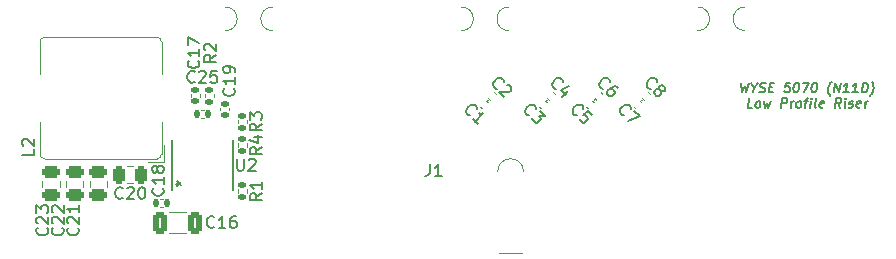
<source format=gto>
G04 #@! TF.GenerationSoftware,KiCad,Pcbnew,7.0.10*
G04 #@! TF.CreationDate,2024-02-13T01:05:36+00:00*
G04 #@! TF.ProjectId,WYSE_5070_Riser,57595345-5f35-4303-9730-5f5269736572,rev?*
G04 #@! TF.SameCoordinates,Original*
G04 #@! TF.FileFunction,Legend,Top*
G04 #@! TF.FilePolarity,Positive*
%FSLAX46Y46*%
G04 Gerber Fmt 4.6, Leading zero omitted, Abs format (unit mm)*
G04 Created by KiCad (PCBNEW 7.0.10) date 2024-02-13 01:05:36*
%MOMM*%
%LPD*%
G01*
G04 APERTURE LIST*
G04 Aperture macros list*
%AMRoundRect*
0 Rectangle with rounded corners*
0 $1 Rounding radius*
0 $2 $3 $4 $5 $6 $7 $8 $9 X,Y pos of 4 corners*
0 Add a 4 corners polygon primitive as box body*
4,1,4,$2,$3,$4,$5,$6,$7,$8,$9,$2,$3,0*
0 Add four circle primitives for the rounded corners*
1,1,$1+$1,$2,$3*
1,1,$1+$1,$4,$5*
1,1,$1+$1,$6,$7*
1,1,$1+$1,$8,$9*
0 Add four rect primitives between the rounded corners*
20,1,$1+$1,$2,$3,$4,$5,0*
20,1,$1+$1,$4,$5,$6,$7,0*
20,1,$1+$1,$6,$7,$8,$9,0*
20,1,$1+$1,$8,$9,$2,$3,0*%
G04 Aperture macros list end*
%ADD10C,0.150000*%
%ADD11C,0.120000*%
%ADD12C,0.020000*%
%ADD13C,0.100000*%
%ADD14C,0.152400*%
%ADD15C,0.000000*%
%ADD16RoundRect,0.140000X-0.219203X-0.021213X-0.021213X-0.219203X0.219203X0.021213X0.021213X0.219203X0*%
%ADD17RoundRect,0.140000X-0.170000X0.140000X-0.170000X-0.140000X0.170000X-0.140000X0.170000X0.140000X0*%
%ADD18RoundRect,0.250000X0.325000X0.650000X-0.325000X0.650000X-0.325000X-0.650000X0.325000X-0.650000X0*%
%ADD19R,0.700000X4.300000*%
%ADD20R,0.700000X3.200000*%
%ADD21RoundRect,0.250000X-0.475000X0.250000X-0.475000X-0.250000X0.475000X-0.250000X0.475000X0.250000X0*%
%ADD22RoundRect,0.140000X0.140000X0.170000X-0.140000X0.170000X-0.140000X-0.170000X0.140000X-0.170000X0*%
%ADD23RoundRect,0.250000X-0.250000X-0.475000X0.250000X-0.475000X0.250000X0.475000X-0.250000X0.475000X0*%
%ADD24C,0.500000*%
%ADD25RoundRect,0.135000X-0.185000X0.135000X-0.185000X-0.135000X0.185000X-0.135000X0.185000X0.135000X0*%
%ADD26RoundRect,0.135000X0.185000X-0.135000X0.185000X0.135000X-0.185000X0.135000X-0.185000X-0.135000X0*%
%ADD27R,3.550000X3.500000*%
%ADD28R,0.558800X1.422400*%
%ADD29R,3.352800X2.717800*%
%ADD30C,1.200000*%
G04 APERTURE END LIST*
D10*
X113700001Y-50500000D02*
G75*
G03*
X113699999Y-50500000I-1J0D01*
G01*
X113699999Y-50500000D02*
G75*
G03*
X113700001Y-50500000I1J0D01*
G01*
X117700001Y-50500000D02*
G75*
G03*
X117699999Y-50500000I-1J0D01*
G01*
X117699999Y-50500000D02*
G75*
G03*
X117700001Y-50500000I1J0D01*
G01*
X104700001Y-50500000D02*
G75*
G03*
X104699999Y-50500000I-1J0D01*
G01*
X104699999Y-50500000D02*
G75*
G03*
X104700001Y-50500000I1J0D01*
G01*
X109700001Y-50500000D02*
G75*
G03*
X109699999Y-50500000I-1J0D01*
G01*
X109699999Y-50500000D02*
G75*
G03*
X109700001Y-50500000I1J0D01*
G01*
X126119046Y-49018295D02*
X126209523Y-49818295D01*
X126209523Y-49818295D02*
X126433332Y-49246866D01*
X126433332Y-49246866D02*
X126514284Y-49818295D01*
X126514284Y-49818295D02*
X126804761Y-49018295D01*
X127209523Y-49437342D02*
X127161904Y-49818295D01*
X126995237Y-49018295D02*
X127209523Y-49437342D01*
X127209523Y-49437342D02*
X127528570Y-49018295D01*
X127661903Y-49780200D02*
X127771427Y-49818295D01*
X127771427Y-49818295D02*
X127961903Y-49818295D01*
X127961903Y-49818295D02*
X128042856Y-49780200D01*
X128042856Y-49780200D02*
X128085713Y-49742104D01*
X128085713Y-49742104D02*
X128133332Y-49665914D01*
X128133332Y-49665914D02*
X128142856Y-49589723D01*
X128142856Y-49589723D02*
X128114284Y-49513533D01*
X128114284Y-49513533D02*
X128080951Y-49475438D01*
X128080951Y-49475438D02*
X128009523Y-49437342D01*
X128009523Y-49437342D02*
X127861903Y-49399247D01*
X127861903Y-49399247D02*
X127790475Y-49361152D01*
X127790475Y-49361152D02*
X127757142Y-49323057D01*
X127757142Y-49323057D02*
X127728570Y-49246866D01*
X127728570Y-49246866D02*
X127738094Y-49170676D01*
X127738094Y-49170676D02*
X127785713Y-49094485D01*
X127785713Y-49094485D02*
X127828570Y-49056390D01*
X127828570Y-49056390D02*
X127909523Y-49018295D01*
X127909523Y-49018295D02*
X128099999Y-49018295D01*
X128099999Y-49018295D02*
X128209523Y-49056390D01*
X128509523Y-49399247D02*
X128776189Y-49399247D01*
X128838094Y-49818295D02*
X128457142Y-49818295D01*
X128457142Y-49818295D02*
X128557142Y-49018295D01*
X128557142Y-49018295D02*
X128938094Y-49018295D01*
X130271428Y-49018295D02*
X129890476Y-49018295D01*
X129890476Y-49018295D02*
X129804762Y-49399247D01*
X129804762Y-49399247D02*
X129847619Y-49361152D01*
X129847619Y-49361152D02*
X129928571Y-49323057D01*
X129928571Y-49323057D02*
X130119047Y-49323057D01*
X130119047Y-49323057D02*
X130190476Y-49361152D01*
X130190476Y-49361152D02*
X130223809Y-49399247D01*
X130223809Y-49399247D02*
X130252381Y-49475438D01*
X130252381Y-49475438D02*
X130228571Y-49665914D01*
X130228571Y-49665914D02*
X130180952Y-49742104D01*
X130180952Y-49742104D02*
X130138095Y-49780200D01*
X130138095Y-49780200D02*
X130057142Y-49818295D01*
X130057142Y-49818295D02*
X129866666Y-49818295D01*
X129866666Y-49818295D02*
X129795238Y-49780200D01*
X129795238Y-49780200D02*
X129761904Y-49742104D01*
X130804762Y-49018295D02*
X130880952Y-49018295D01*
X130880952Y-49018295D02*
X130952381Y-49056390D01*
X130952381Y-49056390D02*
X130985714Y-49094485D01*
X130985714Y-49094485D02*
X131014286Y-49170676D01*
X131014286Y-49170676D02*
X131033333Y-49323057D01*
X131033333Y-49323057D02*
X131009524Y-49513533D01*
X131009524Y-49513533D02*
X130952381Y-49665914D01*
X130952381Y-49665914D02*
X130904762Y-49742104D01*
X130904762Y-49742104D02*
X130861905Y-49780200D01*
X130861905Y-49780200D02*
X130780952Y-49818295D01*
X130780952Y-49818295D02*
X130704762Y-49818295D01*
X130704762Y-49818295D02*
X130633333Y-49780200D01*
X130633333Y-49780200D02*
X130600000Y-49742104D01*
X130600000Y-49742104D02*
X130571428Y-49665914D01*
X130571428Y-49665914D02*
X130552381Y-49513533D01*
X130552381Y-49513533D02*
X130576190Y-49323057D01*
X130576190Y-49323057D02*
X130633333Y-49170676D01*
X130633333Y-49170676D02*
X130680952Y-49094485D01*
X130680952Y-49094485D02*
X130723809Y-49056390D01*
X130723809Y-49056390D02*
X130804762Y-49018295D01*
X131338095Y-49018295D02*
X131871429Y-49018295D01*
X131871429Y-49018295D02*
X131428572Y-49818295D01*
X132328572Y-49018295D02*
X132404762Y-49018295D01*
X132404762Y-49018295D02*
X132476191Y-49056390D01*
X132476191Y-49056390D02*
X132509524Y-49094485D01*
X132509524Y-49094485D02*
X132538096Y-49170676D01*
X132538096Y-49170676D02*
X132557143Y-49323057D01*
X132557143Y-49323057D02*
X132533334Y-49513533D01*
X132533334Y-49513533D02*
X132476191Y-49665914D01*
X132476191Y-49665914D02*
X132428572Y-49742104D01*
X132428572Y-49742104D02*
X132385715Y-49780200D01*
X132385715Y-49780200D02*
X132304762Y-49818295D01*
X132304762Y-49818295D02*
X132228572Y-49818295D01*
X132228572Y-49818295D02*
X132157143Y-49780200D01*
X132157143Y-49780200D02*
X132123810Y-49742104D01*
X132123810Y-49742104D02*
X132095238Y-49665914D01*
X132095238Y-49665914D02*
X132076191Y-49513533D01*
X132076191Y-49513533D02*
X132100000Y-49323057D01*
X132100000Y-49323057D02*
X132157143Y-49170676D01*
X132157143Y-49170676D02*
X132204762Y-49094485D01*
X132204762Y-49094485D02*
X132247619Y-49056390D01*
X132247619Y-49056390D02*
X132328572Y-49018295D01*
X133638096Y-50123057D02*
X133604763Y-50084961D01*
X133604763Y-50084961D02*
X133542858Y-49970676D01*
X133542858Y-49970676D02*
X133514286Y-49894485D01*
X133514286Y-49894485D02*
X133490477Y-49780200D01*
X133490477Y-49780200D02*
X133476191Y-49589723D01*
X133476191Y-49589723D02*
X133495239Y-49437342D01*
X133495239Y-49437342D02*
X133557144Y-49246866D01*
X133557144Y-49246866D02*
X133609525Y-49132580D01*
X133609525Y-49132580D02*
X133657144Y-49056390D01*
X133657144Y-49056390D02*
X133747620Y-48942104D01*
X133747620Y-48942104D02*
X133790477Y-48904009D01*
X133980953Y-49818295D02*
X134080953Y-49018295D01*
X134080953Y-49018295D02*
X134438096Y-49818295D01*
X134438096Y-49818295D02*
X134538096Y-49018295D01*
X135238095Y-49818295D02*
X134780953Y-49818295D01*
X135009524Y-49818295D02*
X135109524Y-49018295D01*
X135109524Y-49018295D02*
X135019048Y-49132580D01*
X135019048Y-49132580D02*
X134933334Y-49208771D01*
X134933334Y-49208771D02*
X134852381Y-49246866D01*
X136000000Y-49818295D02*
X135542858Y-49818295D01*
X135771429Y-49818295D02*
X135871429Y-49018295D01*
X135871429Y-49018295D02*
X135780953Y-49132580D01*
X135780953Y-49132580D02*
X135695239Y-49208771D01*
X135695239Y-49208771D02*
X135614286Y-49246866D01*
X136342858Y-49818295D02*
X136442858Y-49018295D01*
X136442858Y-49018295D02*
X136633334Y-49018295D01*
X136633334Y-49018295D02*
X136742858Y-49056390D01*
X136742858Y-49056390D02*
X136809524Y-49132580D01*
X136809524Y-49132580D02*
X136838096Y-49208771D01*
X136838096Y-49208771D02*
X136857144Y-49361152D01*
X136857144Y-49361152D02*
X136842858Y-49475438D01*
X136842858Y-49475438D02*
X136785715Y-49627819D01*
X136785715Y-49627819D02*
X136738096Y-49704009D01*
X136738096Y-49704009D02*
X136652382Y-49780200D01*
X136652382Y-49780200D02*
X136533334Y-49818295D01*
X136533334Y-49818295D02*
X136342858Y-49818295D01*
X137028572Y-50123057D02*
X137071429Y-50084961D01*
X137071429Y-50084961D02*
X137161905Y-49970676D01*
X137161905Y-49970676D02*
X137209524Y-49894485D01*
X137209524Y-49894485D02*
X137261905Y-49780200D01*
X137261905Y-49780200D02*
X137323810Y-49589723D01*
X137323810Y-49589723D02*
X137342858Y-49437342D01*
X137342858Y-49437342D02*
X137328572Y-49246866D01*
X137328572Y-49246866D02*
X137304763Y-49132580D01*
X137304763Y-49132580D02*
X137276191Y-49056390D01*
X137276191Y-49056390D02*
X137214286Y-48942104D01*
X137214286Y-48942104D02*
X137180953Y-48904009D01*
X127066666Y-51106295D02*
X126685714Y-51106295D01*
X126685714Y-51106295D02*
X126785714Y-50306295D01*
X127447619Y-51106295D02*
X127376190Y-51068200D01*
X127376190Y-51068200D02*
X127342857Y-51030104D01*
X127342857Y-51030104D02*
X127314285Y-50953914D01*
X127314285Y-50953914D02*
X127342857Y-50725342D01*
X127342857Y-50725342D02*
X127390476Y-50649152D01*
X127390476Y-50649152D02*
X127433333Y-50611057D01*
X127433333Y-50611057D02*
X127514285Y-50572961D01*
X127514285Y-50572961D02*
X127628571Y-50572961D01*
X127628571Y-50572961D02*
X127699999Y-50611057D01*
X127699999Y-50611057D02*
X127733333Y-50649152D01*
X127733333Y-50649152D02*
X127761904Y-50725342D01*
X127761904Y-50725342D02*
X127733333Y-50953914D01*
X127733333Y-50953914D02*
X127685714Y-51030104D01*
X127685714Y-51030104D02*
X127642857Y-51068200D01*
X127642857Y-51068200D02*
X127561904Y-51106295D01*
X127561904Y-51106295D02*
X127447619Y-51106295D01*
X128047619Y-50572961D02*
X128133333Y-51106295D01*
X128133333Y-51106295D02*
X128333333Y-50725342D01*
X128333333Y-50725342D02*
X128438095Y-51106295D01*
X128438095Y-51106295D02*
X128657143Y-50572961D01*
X129504762Y-51106295D02*
X129604762Y-50306295D01*
X129604762Y-50306295D02*
X129909524Y-50306295D01*
X129909524Y-50306295D02*
X129980952Y-50344390D01*
X129980952Y-50344390D02*
X130014286Y-50382485D01*
X130014286Y-50382485D02*
X130042857Y-50458676D01*
X130042857Y-50458676D02*
X130028571Y-50572961D01*
X130028571Y-50572961D02*
X129980952Y-50649152D01*
X129980952Y-50649152D02*
X129938095Y-50687247D01*
X129938095Y-50687247D02*
X129857143Y-50725342D01*
X129857143Y-50725342D02*
X129552381Y-50725342D01*
X130304762Y-51106295D02*
X130371428Y-50572961D01*
X130352381Y-50725342D02*
X130400000Y-50649152D01*
X130400000Y-50649152D02*
X130442857Y-50611057D01*
X130442857Y-50611057D02*
X130523809Y-50572961D01*
X130523809Y-50572961D02*
X130600000Y-50572961D01*
X130914286Y-51106295D02*
X130842857Y-51068200D01*
X130842857Y-51068200D02*
X130809524Y-51030104D01*
X130809524Y-51030104D02*
X130780952Y-50953914D01*
X130780952Y-50953914D02*
X130809524Y-50725342D01*
X130809524Y-50725342D02*
X130857143Y-50649152D01*
X130857143Y-50649152D02*
X130900000Y-50611057D01*
X130900000Y-50611057D02*
X130980952Y-50572961D01*
X130980952Y-50572961D02*
X131095238Y-50572961D01*
X131095238Y-50572961D02*
X131166666Y-50611057D01*
X131166666Y-50611057D02*
X131200000Y-50649152D01*
X131200000Y-50649152D02*
X131228571Y-50725342D01*
X131228571Y-50725342D02*
X131200000Y-50953914D01*
X131200000Y-50953914D02*
X131152381Y-51030104D01*
X131152381Y-51030104D02*
X131109524Y-51068200D01*
X131109524Y-51068200D02*
X131028571Y-51106295D01*
X131028571Y-51106295D02*
X130914286Y-51106295D01*
X131476191Y-50572961D02*
X131780953Y-50572961D01*
X131523810Y-51106295D02*
X131609524Y-50420580D01*
X131609524Y-50420580D02*
X131657143Y-50344390D01*
X131657143Y-50344390D02*
X131738096Y-50306295D01*
X131738096Y-50306295D02*
X131814286Y-50306295D01*
X131980953Y-51106295D02*
X132047619Y-50572961D01*
X132080953Y-50306295D02*
X132038096Y-50344390D01*
X132038096Y-50344390D02*
X132071429Y-50382485D01*
X132071429Y-50382485D02*
X132114286Y-50344390D01*
X132114286Y-50344390D02*
X132080953Y-50306295D01*
X132080953Y-50306295D02*
X132071429Y-50382485D01*
X132476191Y-51106295D02*
X132404762Y-51068200D01*
X132404762Y-51068200D02*
X132376191Y-50992009D01*
X132376191Y-50992009D02*
X132461905Y-50306295D01*
X133090477Y-51068200D02*
X133009524Y-51106295D01*
X133009524Y-51106295D02*
X132857143Y-51106295D01*
X132857143Y-51106295D02*
X132785715Y-51068200D01*
X132785715Y-51068200D02*
X132757143Y-50992009D01*
X132757143Y-50992009D02*
X132795239Y-50687247D01*
X132795239Y-50687247D02*
X132842858Y-50611057D01*
X132842858Y-50611057D02*
X132923810Y-50572961D01*
X132923810Y-50572961D02*
X133076191Y-50572961D01*
X133076191Y-50572961D02*
X133147619Y-50611057D01*
X133147619Y-50611057D02*
X133176191Y-50687247D01*
X133176191Y-50687247D02*
X133166667Y-50763438D01*
X133166667Y-50763438D02*
X132776191Y-50839628D01*
X134533334Y-51106295D02*
X134314286Y-50725342D01*
X134076191Y-51106295D02*
X134176191Y-50306295D01*
X134176191Y-50306295D02*
X134480953Y-50306295D01*
X134480953Y-50306295D02*
X134552381Y-50344390D01*
X134552381Y-50344390D02*
X134585715Y-50382485D01*
X134585715Y-50382485D02*
X134614286Y-50458676D01*
X134614286Y-50458676D02*
X134600000Y-50572961D01*
X134600000Y-50572961D02*
X134552381Y-50649152D01*
X134552381Y-50649152D02*
X134509524Y-50687247D01*
X134509524Y-50687247D02*
X134428572Y-50725342D01*
X134428572Y-50725342D02*
X134123810Y-50725342D01*
X134876191Y-51106295D02*
X134942857Y-50572961D01*
X134976191Y-50306295D02*
X134933334Y-50344390D01*
X134933334Y-50344390D02*
X134966667Y-50382485D01*
X134966667Y-50382485D02*
X135009524Y-50344390D01*
X135009524Y-50344390D02*
X134976191Y-50306295D01*
X134976191Y-50306295D02*
X134966667Y-50382485D01*
X135223809Y-51068200D02*
X135295238Y-51106295D01*
X135295238Y-51106295D02*
X135447619Y-51106295D01*
X135447619Y-51106295D02*
X135528571Y-51068200D01*
X135528571Y-51068200D02*
X135576190Y-50992009D01*
X135576190Y-50992009D02*
X135580952Y-50953914D01*
X135580952Y-50953914D02*
X135552381Y-50877723D01*
X135552381Y-50877723D02*
X135480952Y-50839628D01*
X135480952Y-50839628D02*
X135366667Y-50839628D01*
X135366667Y-50839628D02*
X135295238Y-50801533D01*
X135295238Y-50801533D02*
X135266667Y-50725342D01*
X135266667Y-50725342D02*
X135271429Y-50687247D01*
X135271429Y-50687247D02*
X135319048Y-50611057D01*
X135319048Y-50611057D02*
X135400000Y-50572961D01*
X135400000Y-50572961D02*
X135514286Y-50572961D01*
X135514286Y-50572961D02*
X135585714Y-50611057D01*
X136214286Y-51068200D02*
X136133333Y-51106295D01*
X136133333Y-51106295D02*
X135980952Y-51106295D01*
X135980952Y-51106295D02*
X135909524Y-51068200D01*
X135909524Y-51068200D02*
X135880952Y-50992009D01*
X135880952Y-50992009D02*
X135919048Y-50687247D01*
X135919048Y-50687247D02*
X135966667Y-50611057D01*
X135966667Y-50611057D02*
X136047619Y-50572961D01*
X136047619Y-50572961D02*
X136200000Y-50572961D01*
X136200000Y-50572961D02*
X136271428Y-50611057D01*
X136271428Y-50611057D02*
X136300000Y-50687247D01*
X136300000Y-50687247D02*
X136290476Y-50763438D01*
X136290476Y-50763438D02*
X135900000Y-50839628D01*
X136590476Y-51106295D02*
X136657142Y-50572961D01*
X136638095Y-50725342D02*
X136685714Y-50649152D01*
X136685714Y-50649152D02*
X136728571Y-50611057D01*
X136728571Y-50611057D02*
X136809523Y-50572961D01*
X136809523Y-50572961D02*
X136885714Y-50572961D01*
X110459257Y-49505041D02*
X110391913Y-49505041D01*
X110391913Y-49505041D02*
X110257226Y-49437697D01*
X110257226Y-49437697D02*
X110189883Y-49370354D01*
X110189883Y-49370354D02*
X110122539Y-49235667D01*
X110122539Y-49235667D02*
X110122539Y-49100980D01*
X110122539Y-49100980D02*
X110156211Y-48999965D01*
X110156211Y-48999965D02*
X110257226Y-48831606D01*
X110257226Y-48831606D02*
X110358241Y-48730591D01*
X110358241Y-48730591D02*
X110526600Y-48629575D01*
X110526600Y-48629575D02*
X110627615Y-48595904D01*
X110627615Y-48595904D02*
X110762302Y-48595904D01*
X110762302Y-48595904D02*
X110896989Y-48663247D01*
X110896989Y-48663247D02*
X110964333Y-48730591D01*
X110964333Y-48730591D02*
X111031676Y-48865278D01*
X111031676Y-48865278D02*
X111031676Y-48932621D01*
X111469409Y-49707071D02*
X110998005Y-50178476D01*
X111570424Y-49269339D02*
X110896989Y-49606056D01*
X110896989Y-49606056D02*
X111334722Y-50043789D01*
X80159580Y-47127857D02*
X80207200Y-47175476D01*
X80207200Y-47175476D02*
X80254819Y-47318333D01*
X80254819Y-47318333D02*
X80254819Y-47413571D01*
X80254819Y-47413571D02*
X80207200Y-47556428D01*
X80207200Y-47556428D02*
X80111961Y-47651666D01*
X80111961Y-47651666D02*
X80016723Y-47699285D01*
X80016723Y-47699285D02*
X79826247Y-47746904D01*
X79826247Y-47746904D02*
X79683390Y-47746904D01*
X79683390Y-47746904D02*
X79492914Y-47699285D01*
X79492914Y-47699285D02*
X79397676Y-47651666D01*
X79397676Y-47651666D02*
X79302438Y-47556428D01*
X79302438Y-47556428D02*
X79254819Y-47413571D01*
X79254819Y-47413571D02*
X79254819Y-47318333D01*
X79254819Y-47318333D02*
X79302438Y-47175476D01*
X79302438Y-47175476D02*
X79350057Y-47127857D01*
X80254819Y-46175476D02*
X80254819Y-46746904D01*
X80254819Y-46461190D02*
X79254819Y-46461190D01*
X79254819Y-46461190D02*
X79397676Y-46556428D01*
X79397676Y-46556428D02*
X79492914Y-46651666D01*
X79492914Y-46651666D02*
X79540533Y-46746904D01*
X79254819Y-45842142D02*
X79254819Y-45175476D01*
X79254819Y-45175476D02*
X80254819Y-45604047D01*
X81507142Y-61209580D02*
X81459523Y-61257200D01*
X81459523Y-61257200D02*
X81316666Y-61304819D01*
X81316666Y-61304819D02*
X81221428Y-61304819D01*
X81221428Y-61304819D02*
X81078571Y-61257200D01*
X81078571Y-61257200D02*
X80983333Y-61161961D01*
X80983333Y-61161961D02*
X80935714Y-61066723D01*
X80935714Y-61066723D02*
X80888095Y-60876247D01*
X80888095Y-60876247D02*
X80888095Y-60733390D01*
X80888095Y-60733390D02*
X80935714Y-60542914D01*
X80935714Y-60542914D02*
X80983333Y-60447676D01*
X80983333Y-60447676D02*
X81078571Y-60352438D01*
X81078571Y-60352438D02*
X81221428Y-60304819D01*
X81221428Y-60304819D02*
X81316666Y-60304819D01*
X81316666Y-60304819D02*
X81459523Y-60352438D01*
X81459523Y-60352438D02*
X81507142Y-60400057D01*
X82459523Y-61304819D02*
X81888095Y-61304819D01*
X82173809Y-61304819D02*
X82173809Y-60304819D01*
X82173809Y-60304819D02*
X82078571Y-60447676D01*
X82078571Y-60447676D02*
X81983333Y-60542914D01*
X81983333Y-60542914D02*
X81888095Y-60590533D01*
X83316666Y-60304819D02*
X83126190Y-60304819D01*
X83126190Y-60304819D02*
X83030952Y-60352438D01*
X83030952Y-60352438D02*
X82983333Y-60400057D01*
X82983333Y-60400057D02*
X82888095Y-60542914D01*
X82888095Y-60542914D02*
X82840476Y-60733390D01*
X82840476Y-60733390D02*
X82840476Y-61114342D01*
X82840476Y-61114342D02*
X82888095Y-61209580D01*
X82888095Y-61209580D02*
X82935714Y-61257200D01*
X82935714Y-61257200D02*
X83030952Y-61304819D01*
X83030952Y-61304819D02*
X83221428Y-61304819D01*
X83221428Y-61304819D02*
X83316666Y-61257200D01*
X83316666Y-61257200D02*
X83364285Y-61209580D01*
X83364285Y-61209580D02*
X83411904Y-61114342D01*
X83411904Y-61114342D02*
X83411904Y-60876247D01*
X83411904Y-60876247D02*
X83364285Y-60781009D01*
X83364285Y-60781009D02*
X83316666Y-60733390D01*
X83316666Y-60733390D02*
X83221428Y-60685771D01*
X83221428Y-60685771D02*
X83030952Y-60685771D01*
X83030952Y-60685771D02*
X82935714Y-60733390D01*
X82935714Y-60733390D02*
X82888095Y-60781009D01*
X82888095Y-60781009D02*
X82840476Y-60876247D01*
X99766666Y-55904819D02*
X99766666Y-56619104D01*
X99766666Y-56619104D02*
X99719047Y-56761961D01*
X99719047Y-56761961D02*
X99623809Y-56857200D01*
X99623809Y-56857200D02*
X99480952Y-56904819D01*
X99480952Y-56904819D02*
X99385714Y-56904819D01*
X100766666Y-56904819D02*
X100195238Y-56904819D01*
X100480952Y-56904819D02*
X100480952Y-55904819D01*
X100480952Y-55904819D02*
X100385714Y-56047676D01*
X100385714Y-56047676D02*
X100290476Y-56142914D01*
X100290476Y-56142914D02*
X100195238Y-56190533D01*
X67359580Y-61292857D02*
X67407200Y-61340476D01*
X67407200Y-61340476D02*
X67454819Y-61483333D01*
X67454819Y-61483333D02*
X67454819Y-61578571D01*
X67454819Y-61578571D02*
X67407200Y-61721428D01*
X67407200Y-61721428D02*
X67311961Y-61816666D01*
X67311961Y-61816666D02*
X67216723Y-61864285D01*
X67216723Y-61864285D02*
X67026247Y-61911904D01*
X67026247Y-61911904D02*
X66883390Y-61911904D01*
X66883390Y-61911904D02*
X66692914Y-61864285D01*
X66692914Y-61864285D02*
X66597676Y-61816666D01*
X66597676Y-61816666D02*
X66502438Y-61721428D01*
X66502438Y-61721428D02*
X66454819Y-61578571D01*
X66454819Y-61578571D02*
X66454819Y-61483333D01*
X66454819Y-61483333D02*
X66502438Y-61340476D01*
X66502438Y-61340476D02*
X66550057Y-61292857D01*
X66550057Y-60911904D02*
X66502438Y-60864285D01*
X66502438Y-60864285D02*
X66454819Y-60769047D01*
X66454819Y-60769047D02*
X66454819Y-60530952D01*
X66454819Y-60530952D02*
X66502438Y-60435714D01*
X66502438Y-60435714D02*
X66550057Y-60388095D01*
X66550057Y-60388095D02*
X66645295Y-60340476D01*
X66645295Y-60340476D02*
X66740533Y-60340476D01*
X66740533Y-60340476D02*
X66883390Y-60388095D01*
X66883390Y-60388095D02*
X67454819Y-60959523D01*
X67454819Y-60959523D02*
X67454819Y-60340476D01*
X66454819Y-60007142D02*
X66454819Y-59388095D01*
X66454819Y-59388095D02*
X66835771Y-59721428D01*
X66835771Y-59721428D02*
X66835771Y-59578571D01*
X66835771Y-59578571D02*
X66883390Y-59483333D01*
X66883390Y-59483333D02*
X66931009Y-59435714D01*
X66931009Y-59435714D02*
X67026247Y-59388095D01*
X67026247Y-59388095D02*
X67264342Y-59388095D01*
X67264342Y-59388095D02*
X67359580Y-59435714D01*
X67359580Y-59435714D02*
X67407200Y-59483333D01*
X67407200Y-59483333D02*
X67454819Y-59578571D01*
X67454819Y-59578571D02*
X67454819Y-59864285D01*
X67454819Y-59864285D02*
X67407200Y-59959523D01*
X67407200Y-59959523D02*
X67359580Y-60007142D01*
X68659580Y-61292857D02*
X68707200Y-61340476D01*
X68707200Y-61340476D02*
X68754819Y-61483333D01*
X68754819Y-61483333D02*
X68754819Y-61578571D01*
X68754819Y-61578571D02*
X68707200Y-61721428D01*
X68707200Y-61721428D02*
X68611961Y-61816666D01*
X68611961Y-61816666D02*
X68516723Y-61864285D01*
X68516723Y-61864285D02*
X68326247Y-61911904D01*
X68326247Y-61911904D02*
X68183390Y-61911904D01*
X68183390Y-61911904D02*
X67992914Y-61864285D01*
X67992914Y-61864285D02*
X67897676Y-61816666D01*
X67897676Y-61816666D02*
X67802438Y-61721428D01*
X67802438Y-61721428D02*
X67754819Y-61578571D01*
X67754819Y-61578571D02*
X67754819Y-61483333D01*
X67754819Y-61483333D02*
X67802438Y-61340476D01*
X67802438Y-61340476D02*
X67850057Y-61292857D01*
X67850057Y-60911904D02*
X67802438Y-60864285D01*
X67802438Y-60864285D02*
X67754819Y-60769047D01*
X67754819Y-60769047D02*
X67754819Y-60530952D01*
X67754819Y-60530952D02*
X67802438Y-60435714D01*
X67802438Y-60435714D02*
X67850057Y-60388095D01*
X67850057Y-60388095D02*
X67945295Y-60340476D01*
X67945295Y-60340476D02*
X68040533Y-60340476D01*
X68040533Y-60340476D02*
X68183390Y-60388095D01*
X68183390Y-60388095D02*
X68754819Y-60959523D01*
X68754819Y-60959523D02*
X68754819Y-60340476D01*
X67850057Y-59959523D02*
X67802438Y-59911904D01*
X67802438Y-59911904D02*
X67754819Y-59816666D01*
X67754819Y-59816666D02*
X67754819Y-59578571D01*
X67754819Y-59578571D02*
X67802438Y-59483333D01*
X67802438Y-59483333D02*
X67850057Y-59435714D01*
X67850057Y-59435714D02*
X67945295Y-59388095D01*
X67945295Y-59388095D02*
X68040533Y-59388095D01*
X68040533Y-59388095D02*
X68183390Y-59435714D01*
X68183390Y-59435714D02*
X68754819Y-60007142D01*
X68754819Y-60007142D02*
X68754819Y-59388095D01*
X77159580Y-57942857D02*
X77207200Y-57990476D01*
X77207200Y-57990476D02*
X77254819Y-58133333D01*
X77254819Y-58133333D02*
X77254819Y-58228571D01*
X77254819Y-58228571D02*
X77207200Y-58371428D01*
X77207200Y-58371428D02*
X77111961Y-58466666D01*
X77111961Y-58466666D02*
X77016723Y-58514285D01*
X77016723Y-58514285D02*
X76826247Y-58561904D01*
X76826247Y-58561904D02*
X76683390Y-58561904D01*
X76683390Y-58561904D02*
X76492914Y-58514285D01*
X76492914Y-58514285D02*
X76397676Y-58466666D01*
X76397676Y-58466666D02*
X76302438Y-58371428D01*
X76302438Y-58371428D02*
X76254819Y-58228571D01*
X76254819Y-58228571D02*
X76254819Y-58133333D01*
X76254819Y-58133333D02*
X76302438Y-57990476D01*
X76302438Y-57990476D02*
X76350057Y-57942857D01*
X77254819Y-56990476D02*
X77254819Y-57561904D01*
X77254819Y-57276190D02*
X76254819Y-57276190D01*
X76254819Y-57276190D02*
X76397676Y-57371428D01*
X76397676Y-57371428D02*
X76492914Y-57466666D01*
X76492914Y-57466666D02*
X76540533Y-57561904D01*
X76683390Y-56419047D02*
X76635771Y-56514285D01*
X76635771Y-56514285D02*
X76588152Y-56561904D01*
X76588152Y-56561904D02*
X76492914Y-56609523D01*
X76492914Y-56609523D02*
X76445295Y-56609523D01*
X76445295Y-56609523D02*
X76350057Y-56561904D01*
X76350057Y-56561904D02*
X76302438Y-56514285D01*
X76302438Y-56514285D02*
X76254819Y-56419047D01*
X76254819Y-56419047D02*
X76254819Y-56228571D01*
X76254819Y-56228571D02*
X76302438Y-56133333D01*
X76302438Y-56133333D02*
X76350057Y-56085714D01*
X76350057Y-56085714D02*
X76445295Y-56038095D01*
X76445295Y-56038095D02*
X76492914Y-56038095D01*
X76492914Y-56038095D02*
X76588152Y-56085714D01*
X76588152Y-56085714D02*
X76635771Y-56133333D01*
X76635771Y-56133333D02*
X76683390Y-56228571D01*
X76683390Y-56228571D02*
X76683390Y-56419047D01*
X76683390Y-56419047D02*
X76731009Y-56514285D01*
X76731009Y-56514285D02*
X76778628Y-56561904D01*
X76778628Y-56561904D02*
X76873866Y-56609523D01*
X76873866Y-56609523D02*
X77064342Y-56609523D01*
X77064342Y-56609523D02*
X77159580Y-56561904D01*
X77159580Y-56561904D02*
X77207200Y-56514285D01*
X77207200Y-56514285D02*
X77254819Y-56419047D01*
X77254819Y-56419047D02*
X77254819Y-56228571D01*
X77254819Y-56228571D02*
X77207200Y-56133333D01*
X77207200Y-56133333D02*
X77159580Y-56085714D01*
X77159580Y-56085714D02*
X77064342Y-56038095D01*
X77064342Y-56038095D02*
X76873866Y-56038095D01*
X76873866Y-56038095D02*
X76778628Y-56085714D01*
X76778628Y-56085714D02*
X76731009Y-56133333D01*
X76731009Y-56133333D02*
X76683390Y-56228571D01*
X114459257Y-49505041D02*
X114391913Y-49505041D01*
X114391913Y-49505041D02*
X114257226Y-49437697D01*
X114257226Y-49437697D02*
X114189883Y-49370354D01*
X114189883Y-49370354D02*
X114122539Y-49235667D01*
X114122539Y-49235667D02*
X114122539Y-49100980D01*
X114122539Y-49100980D02*
X114156211Y-48999965D01*
X114156211Y-48999965D02*
X114257226Y-48831606D01*
X114257226Y-48831606D02*
X114358241Y-48730591D01*
X114358241Y-48730591D02*
X114526600Y-48629575D01*
X114526600Y-48629575D02*
X114627615Y-48595904D01*
X114627615Y-48595904D02*
X114762302Y-48595904D01*
X114762302Y-48595904D02*
X114896989Y-48663247D01*
X114896989Y-48663247D02*
X114964333Y-48730591D01*
X114964333Y-48730591D02*
X115031676Y-48865278D01*
X115031676Y-48865278D02*
X115031676Y-48932621D01*
X115705111Y-49471369D02*
X115570424Y-49336682D01*
X115570424Y-49336682D02*
X115469409Y-49303010D01*
X115469409Y-49303010D02*
X115402066Y-49303010D01*
X115402066Y-49303010D02*
X115233707Y-49336682D01*
X115233707Y-49336682D02*
X115065348Y-49437697D01*
X115065348Y-49437697D02*
X114795974Y-49707071D01*
X114795974Y-49707071D02*
X114762302Y-49808087D01*
X114762302Y-49808087D02*
X114762302Y-49875430D01*
X114762302Y-49875430D02*
X114795974Y-49976445D01*
X114795974Y-49976445D02*
X114930661Y-50111132D01*
X114930661Y-50111132D02*
X115031676Y-50144804D01*
X115031676Y-50144804D02*
X115099020Y-50144804D01*
X115099020Y-50144804D02*
X115200035Y-50111132D01*
X115200035Y-50111132D02*
X115368394Y-49942774D01*
X115368394Y-49942774D02*
X115402066Y-49841758D01*
X115402066Y-49841758D02*
X115402066Y-49774415D01*
X115402066Y-49774415D02*
X115368394Y-49673400D01*
X115368394Y-49673400D02*
X115233707Y-49538713D01*
X115233707Y-49538713D02*
X115132692Y-49505041D01*
X115132692Y-49505041D02*
X115065348Y-49505041D01*
X115065348Y-49505041D02*
X114964333Y-49538713D01*
X73757142Y-58759580D02*
X73709523Y-58807200D01*
X73709523Y-58807200D02*
X73566666Y-58854819D01*
X73566666Y-58854819D02*
X73471428Y-58854819D01*
X73471428Y-58854819D02*
X73328571Y-58807200D01*
X73328571Y-58807200D02*
X73233333Y-58711961D01*
X73233333Y-58711961D02*
X73185714Y-58616723D01*
X73185714Y-58616723D02*
X73138095Y-58426247D01*
X73138095Y-58426247D02*
X73138095Y-58283390D01*
X73138095Y-58283390D02*
X73185714Y-58092914D01*
X73185714Y-58092914D02*
X73233333Y-57997676D01*
X73233333Y-57997676D02*
X73328571Y-57902438D01*
X73328571Y-57902438D02*
X73471428Y-57854819D01*
X73471428Y-57854819D02*
X73566666Y-57854819D01*
X73566666Y-57854819D02*
X73709523Y-57902438D01*
X73709523Y-57902438D02*
X73757142Y-57950057D01*
X74138095Y-57950057D02*
X74185714Y-57902438D01*
X74185714Y-57902438D02*
X74280952Y-57854819D01*
X74280952Y-57854819D02*
X74519047Y-57854819D01*
X74519047Y-57854819D02*
X74614285Y-57902438D01*
X74614285Y-57902438D02*
X74661904Y-57950057D01*
X74661904Y-57950057D02*
X74709523Y-58045295D01*
X74709523Y-58045295D02*
X74709523Y-58140533D01*
X74709523Y-58140533D02*
X74661904Y-58283390D01*
X74661904Y-58283390D02*
X74090476Y-58854819D01*
X74090476Y-58854819D02*
X74709523Y-58854819D01*
X75328571Y-57854819D02*
X75423809Y-57854819D01*
X75423809Y-57854819D02*
X75519047Y-57902438D01*
X75519047Y-57902438D02*
X75566666Y-57950057D01*
X75566666Y-57950057D02*
X75614285Y-58045295D01*
X75614285Y-58045295D02*
X75661904Y-58235771D01*
X75661904Y-58235771D02*
X75661904Y-58473866D01*
X75661904Y-58473866D02*
X75614285Y-58664342D01*
X75614285Y-58664342D02*
X75566666Y-58759580D01*
X75566666Y-58759580D02*
X75519047Y-58807200D01*
X75519047Y-58807200D02*
X75423809Y-58854819D01*
X75423809Y-58854819D02*
X75328571Y-58854819D01*
X75328571Y-58854819D02*
X75233333Y-58807200D01*
X75233333Y-58807200D02*
X75185714Y-58759580D01*
X75185714Y-58759580D02*
X75138095Y-58664342D01*
X75138095Y-58664342D02*
X75090476Y-58473866D01*
X75090476Y-58473866D02*
X75090476Y-58235771D01*
X75090476Y-58235771D02*
X75138095Y-58045295D01*
X75138095Y-58045295D02*
X75185714Y-57950057D01*
X75185714Y-57950057D02*
X75233333Y-57902438D01*
X75233333Y-57902438D02*
X75328571Y-57854819D01*
X79857142Y-48909580D02*
X79809523Y-48957200D01*
X79809523Y-48957200D02*
X79666666Y-49004819D01*
X79666666Y-49004819D02*
X79571428Y-49004819D01*
X79571428Y-49004819D02*
X79428571Y-48957200D01*
X79428571Y-48957200D02*
X79333333Y-48861961D01*
X79333333Y-48861961D02*
X79285714Y-48766723D01*
X79285714Y-48766723D02*
X79238095Y-48576247D01*
X79238095Y-48576247D02*
X79238095Y-48433390D01*
X79238095Y-48433390D02*
X79285714Y-48242914D01*
X79285714Y-48242914D02*
X79333333Y-48147676D01*
X79333333Y-48147676D02*
X79428571Y-48052438D01*
X79428571Y-48052438D02*
X79571428Y-48004819D01*
X79571428Y-48004819D02*
X79666666Y-48004819D01*
X79666666Y-48004819D02*
X79809523Y-48052438D01*
X79809523Y-48052438D02*
X79857142Y-48100057D01*
X80238095Y-48100057D02*
X80285714Y-48052438D01*
X80285714Y-48052438D02*
X80380952Y-48004819D01*
X80380952Y-48004819D02*
X80619047Y-48004819D01*
X80619047Y-48004819D02*
X80714285Y-48052438D01*
X80714285Y-48052438D02*
X80761904Y-48100057D01*
X80761904Y-48100057D02*
X80809523Y-48195295D01*
X80809523Y-48195295D02*
X80809523Y-48290533D01*
X80809523Y-48290533D02*
X80761904Y-48433390D01*
X80761904Y-48433390D02*
X80190476Y-49004819D01*
X80190476Y-49004819D02*
X80809523Y-49004819D01*
X81714285Y-48004819D02*
X81238095Y-48004819D01*
X81238095Y-48004819D02*
X81190476Y-48481009D01*
X81190476Y-48481009D02*
X81238095Y-48433390D01*
X81238095Y-48433390D02*
X81333333Y-48385771D01*
X81333333Y-48385771D02*
X81571428Y-48385771D01*
X81571428Y-48385771D02*
X81666666Y-48433390D01*
X81666666Y-48433390D02*
X81714285Y-48481009D01*
X81714285Y-48481009D02*
X81761904Y-48576247D01*
X81761904Y-48576247D02*
X81761904Y-48814342D01*
X81761904Y-48814342D02*
X81714285Y-48909580D01*
X81714285Y-48909580D02*
X81666666Y-48957200D01*
X81666666Y-48957200D02*
X81571428Y-49004819D01*
X81571428Y-49004819D02*
X81333333Y-49004819D01*
X81333333Y-49004819D02*
X81238095Y-48957200D01*
X81238095Y-48957200D02*
X81190476Y-48909580D01*
X69959580Y-61292857D02*
X70007200Y-61340476D01*
X70007200Y-61340476D02*
X70054819Y-61483333D01*
X70054819Y-61483333D02*
X70054819Y-61578571D01*
X70054819Y-61578571D02*
X70007200Y-61721428D01*
X70007200Y-61721428D02*
X69911961Y-61816666D01*
X69911961Y-61816666D02*
X69816723Y-61864285D01*
X69816723Y-61864285D02*
X69626247Y-61911904D01*
X69626247Y-61911904D02*
X69483390Y-61911904D01*
X69483390Y-61911904D02*
X69292914Y-61864285D01*
X69292914Y-61864285D02*
X69197676Y-61816666D01*
X69197676Y-61816666D02*
X69102438Y-61721428D01*
X69102438Y-61721428D02*
X69054819Y-61578571D01*
X69054819Y-61578571D02*
X69054819Y-61483333D01*
X69054819Y-61483333D02*
X69102438Y-61340476D01*
X69102438Y-61340476D02*
X69150057Y-61292857D01*
X69150057Y-60911904D02*
X69102438Y-60864285D01*
X69102438Y-60864285D02*
X69054819Y-60769047D01*
X69054819Y-60769047D02*
X69054819Y-60530952D01*
X69054819Y-60530952D02*
X69102438Y-60435714D01*
X69102438Y-60435714D02*
X69150057Y-60388095D01*
X69150057Y-60388095D02*
X69245295Y-60340476D01*
X69245295Y-60340476D02*
X69340533Y-60340476D01*
X69340533Y-60340476D02*
X69483390Y-60388095D01*
X69483390Y-60388095D02*
X70054819Y-60959523D01*
X70054819Y-60959523D02*
X70054819Y-60340476D01*
X70054819Y-59388095D02*
X70054819Y-59959523D01*
X70054819Y-59673809D02*
X69054819Y-59673809D01*
X69054819Y-59673809D02*
X69197676Y-59769047D01*
X69197676Y-59769047D02*
X69292914Y-59864285D01*
X69292914Y-59864285D02*
X69340533Y-59959523D01*
X85524819Y-54466666D02*
X85048628Y-54799999D01*
X85524819Y-55038094D02*
X84524819Y-55038094D01*
X84524819Y-55038094D02*
X84524819Y-54657142D01*
X84524819Y-54657142D02*
X84572438Y-54561904D01*
X84572438Y-54561904D02*
X84620057Y-54514285D01*
X84620057Y-54514285D02*
X84715295Y-54466666D01*
X84715295Y-54466666D02*
X84858152Y-54466666D01*
X84858152Y-54466666D02*
X84953390Y-54514285D01*
X84953390Y-54514285D02*
X85001009Y-54561904D01*
X85001009Y-54561904D02*
X85048628Y-54657142D01*
X85048628Y-54657142D02*
X85048628Y-55038094D01*
X84858152Y-53609523D02*
X85524819Y-53609523D01*
X84477200Y-53847618D02*
X85191485Y-54085713D01*
X85191485Y-54085713D02*
X85191485Y-53466666D01*
X85524819Y-52466666D02*
X85048628Y-52799999D01*
X85524819Y-53038094D02*
X84524819Y-53038094D01*
X84524819Y-53038094D02*
X84524819Y-52657142D01*
X84524819Y-52657142D02*
X84572438Y-52561904D01*
X84572438Y-52561904D02*
X84620057Y-52514285D01*
X84620057Y-52514285D02*
X84715295Y-52466666D01*
X84715295Y-52466666D02*
X84858152Y-52466666D01*
X84858152Y-52466666D02*
X84953390Y-52514285D01*
X84953390Y-52514285D02*
X85001009Y-52561904D01*
X85001009Y-52561904D02*
X85048628Y-52657142D01*
X85048628Y-52657142D02*
X85048628Y-53038094D01*
X84524819Y-52133332D02*
X84524819Y-51514285D01*
X84524819Y-51514285D02*
X84905771Y-51847618D01*
X84905771Y-51847618D02*
X84905771Y-51704761D01*
X84905771Y-51704761D02*
X84953390Y-51609523D01*
X84953390Y-51609523D02*
X85001009Y-51561904D01*
X85001009Y-51561904D02*
X85096247Y-51514285D01*
X85096247Y-51514285D02*
X85334342Y-51514285D01*
X85334342Y-51514285D02*
X85429580Y-51561904D01*
X85429580Y-51561904D02*
X85477200Y-51609523D01*
X85477200Y-51609523D02*
X85524819Y-51704761D01*
X85524819Y-51704761D02*
X85524819Y-51990475D01*
X85524819Y-51990475D02*
X85477200Y-52085713D01*
X85477200Y-52085713D02*
X85429580Y-52133332D01*
X116196517Y-51767781D02*
X116129173Y-51767781D01*
X116129173Y-51767781D02*
X115994486Y-51700437D01*
X115994486Y-51700437D02*
X115927143Y-51633094D01*
X115927143Y-51633094D02*
X115859799Y-51498407D01*
X115859799Y-51498407D02*
X115859799Y-51363720D01*
X115859799Y-51363720D02*
X115893471Y-51262705D01*
X115893471Y-51262705D02*
X115994486Y-51094346D01*
X115994486Y-51094346D02*
X116095501Y-50993331D01*
X116095501Y-50993331D02*
X116263860Y-50892315D01*
X116263860Y-50892315D02*
X116364875Y-50858644D01*
X116364875Y-50858644D02*
X116499562Y-50858644D01*
X116499562Y-50858644D02*
X116634249Y-50925987D01*
X116634249Y-50925987D02*
X116701593Y-50993331D01*
X116701593Y-50993331D02*
X116768936Y-51128018D01*
X116768936Y-51128018D02*
X116768936Y-51195361D01*
X117071982Y-51363720D02*
X117543387Y-51835124D01*
X117543387Y-51835124D02*
X116533234Y-52239185D01*
X81654819Y-46646666D02*
X81178628Y-46979999D01*
X81654819Y-47218094D02*
X80654819Y-47218094D01*
X80654819Y-47218094D02*
X80654819Y-46837142D01*
X80654819Y-46837142D02*
X80702438Y-46741904D01*
X80702438Y-46741904D02*
X80750057Y-46694285D01*
X80750057Y-46694285D02*
X80845295Y-46646666D01*
X80845295Y-46646666D02*
X80988152Y-46646666D01*
X80988152Y-46646666D02*
X81083390Y-46694285D01*
X81083390Y-46694285D02*
X81131009Y-46741904D01*
X81131009Y-46741904D02*
X81178628Y-46837142D01*
X81178628Y-46837142D02*
X81178628Y-47218094D01*
X80750057Y-46265713D02*
X80702438Y-46218094D01*
X80702438Y-46218094D02*
X80654819Y-46122856D01*
X80654819Y-46122856D02*
X80654819Y-45884761D01*
X80654819Y-45884761D02*
X80702438Y-45789523D01*
X80702438Y-45789523D02*
X80750057Y-45741904D01*
X80750057Y-45741904D02*
X80845295Y-45694285D01*
X80845295Y-45694285D02*
X80940533Y-45694285D01*
X80940533Y-45694285D02*
X81083390Y-45741904D01*
X81083390Y-45741904D02*
X81654819Y-46313332D01*
X81654819Y-46313332D02*
X81654819Y-45694285D01*
X112196517Y-51767781D02*
X112129173Y-51767781D01*
X112129173Y-51767781D02*
X111994486Y-51700437D01*
X111994486Y-51700437D02*
X111927143Y-51633094D01*
X111927143Y-51633094D02*
X111859799Y-51498407D01*
X111859799Y-51498407D02*
X111859799Y-51363720D01*
X111859799Y-51363720D02*
X111893471Y-51262705D01*
X111893471Y-51262705D02*
X111994486Y-51094346D01*
X111994486Y-51094346D02*
X112095501Y-50993331D01*
X112095501Y-50993331D02*
X112263860Y-50892315D01*
X112263860Y-50892315D02*
X112364875Y-50858644D01*
X112364875Y-50858644D02*
X112499562Y-50858644D01*
X112499562Y-50858644D02*
X112634249Y-50925987D01*
X112634249Y-50925987D02*
X112701593Y-50993331D01*
X112701593Y-50993331D02*
X112768936Y-51128018D01*
X112768936Y-51128018D02*
X112768936Y-51195361D01*
X113476043Y-51767781D02*
X113139326Y-51431063D01*
X113139326Y-51431063D02*
X112768936Y-51734109D01*
X112768936Y-51734109D02*
X112836280Y-51734109D01*
X112836280Y-51734109D02*
X112937295Y-51767781D01*
X112937295Y-51767781D02*
X113105654Y-51936140D01*
X113105654Y-51936140D02*
X113139326Y-52037155D01*
X113139326Y-52037155D02*
X113139326Y-52104498D01*
X113139326Y-52104498D02*
X113105654Y-52205514D01*
X113105654Y-52205514D02*
X112937295Y-52373872D01*
X112937295Y-52373872D02*
X112836280Y-52407544D01*
X112836280Y-52407544D02*
X112768936Y-52407544D01*
X112768936Y-52407544D02*
X112667921Y-52373872D01*
X112667921Y-52373872D02*
X112499562Y-52205514D01*
X112499562Y-52205514D02*
X112465891Y-52104498D01*
X112465891Y-52104498D02*
X112465891Y-52037155D01*
X108196517Y-51767781D02*
X108129173Y-51767781D01*
X108129173Y-51767781D02*
X107994486Y-51700437D01*
X107994486Y-51700437D02*
X107927143Y-51633094D01*
X107927143Y-51633094D02*
X107859799Y-51498407D01*
X107859799Y-51498407D02*
X107859799Y-51363720D01*
X107859799Y-51363720D02*
X107893471Y-51262705D01*
X107893471Y-51262705D02*
X107994486Y-51094346D01*
X107994486Y-51094346D02*
X108095501Y-50993331D01*
X108095501Y-50993331D02*
X108263860Y-50892315D01*
X108263860Y-50892315D02*
X108364875Y-50858644D01*
X108364875Y-50858644D02*
X108499562Y-50858644D01*
X108499562Y-50858644D02*
X108634249Y-50925987D01*
X108634249Y-50925987D02*
X108701593Y-50993331D01*
X108701593Y-50993331D02*
X108768936Y-51128018D01*
X108768936Y-51128018D02*
X108768936Y-51195361D01*
X109071982Y-51363720D02*
X109509715Y-51801453D01*
X109509715Y-51801453D02*
X109004639Y-51835124D01*
X109004639Y-51835124D02*
X109105654Y-51936140D01*
X109105654Y-51936140D02*
X109139326Y-52037155D01*
X109139326Y-52037155D02*
X109139326Y-52104498D01*
X109139326Y-52104498D02*
X109105654Y-52205514D01*
X109105654Y-52205514D02*
X108937295Y-52373872D01*
X108937295Y-52373872D02*
X108836280Y-52407544D01*
X108836280Y-52407544D02*
X108768936Y-52407544D01*
X108768936Y-52407544D02*
X108667921Y-52373872D01*
X108667921Y-52373872D02*
X108465891Y-52171842D01*
X108465891Y-52171842D02*
X108432219Y-52070827D01*
X108432219Y-52070827D02*
X108432219Y-52003483D01*
X85554819Y-58366666D02*
X85078628Y-58699999D01*
X85554819Y-58938094D02*
X84554819Y-58938094D01*
X84554819Y-58938094D02*
X84554819Y-58557142D01*
X84554819Y-58557142D02*
X84602438Y-58461904D01*
X84602438Y-58461904D02*
X84650057Y-58414285D01*
X84650057Y-58414285D02*
X84745295Y-58366666D01*
X84745295Y-58366666D02*
X84888152Y-58366666D01*
X84888152Y-58366666D02*
X84983390Y-58414285D01*
X84983390Y-58414285D02*
X85031009Y-58461904D01*
X85031009Y-58461904D02*
X85078628Y-58557142D01*
X85078628Y-58557142D02*
X85078628Y-58938094D01*
X85554819Y-57414285D02*
X85554819Y-57985713D01*
X85554819Y-57699999D02*
X84554819Y-57699999D01*
X84554819Y-57699999D02*
X84697676Y-57795237D01*
X84697676Y-57795237D02*
X84792914Y-57890475D01*
X84792914Y-57890475D02*
X84840533Y-57985713D01*
X83159580Y-49492857D02*
X83207200Y-49540476D01*
X83207200Y-49540476D02*
X83254819Y-49683333D01*
X83254819Y-49683333D02*
X83254819Y-49778571D01*
X83254819Y-49778571D02*
X83207200Y-49921428D01*
X83207200Y-49921428D02*
X83111961Y-50016666D01*
X83111961Y-50016666D02*
X83016723Y-50064285D01*
X83016723Y-50064285D02*
X82826247Y-50111904D01*
X82826247Y-50111904D02*
X82683390Y-50111904D01*
X82683390Y-50111904D02*
X82492914Y-50064285D01*
X82492914Y-50064285D02*
X82397676Y-50016666D01*
X82397676Y-50016666D02*
X82302438Y-49921428D01*
X82302438Y-49921428D02*
X82254819Y-49778571D01*
X82254819Y-49778571D02*
X82254819Y-49683333D01*
X82254819Y-49683333D02*
X82302438Y-49540476D01*
X82302438Y-49540476D02*
X82350057Y-49492857D01*
X83254819Y-48540476D02*
X83254819Y-49111904D01*
X83254819Y-48826190D02*
X82254819Y-48826190D01*
X82254819Y-48826190D02*
X82397676Y-48921428D01*
X82397676Y-48921428D02*
X82492914Y-49016666D01*
X82492914Y-49016666D02*
X82540533Y-49111904D01*
X83254819Y-48064285D02*
X83254819Y-47873809D01*
X83254819Y-47873809D02*
X83207200Y-47778571D01*
X83207200Y-47778571D02*
X83159580Y-47730952D01*
X83159580Y-47730952D02*
X83016723Y-47635714D01*
X83016723Y-47635714D02*
X82826247Y-47588095D01*
X82826247Y-47588095D02*
X82445295Y-47588095D01*
X82445295Y-47588095D02*
X82350057Y-47635714D01*
X82350057Y-47635714D02*
X82302438Y-47683333D01*
X82302438Y-47683333D02*
X82254819Y-47778571D01*
X82254819Y-47778571D02*
X82254819Y-47969047D01*
X82254819Y-47969047D02*
X82302438Y-48064285D01*
X82302438Y-48064285D02*
X82350057Y-48111904D01*
X82350057Y-48111904D02*
X82445295Y-48159523D01*
X82445295Y-48159523D02*
X82683390Y-48159523D01*
X82683390Y-48159523D02*
X82778628Y-48111904D01*
X82778628Y-48111904D02*
X82826247Y-48064285D01*
X82826247Y-48064285D02*
X82873866Y-47969047D01*
X82873866Y-47969047D02*
X82873866Y-47778571D01*
X82873866Y-47778571D02*
X82826247Y-47683333D01*
X82826247Y-47683333D02*
X82778628Y-47635714D01*
X82778628Y-47635714D02*
X82683390Y-47588095D01*
X66254819Y-54616666D02*
X66254819Y-55092856D01*
X66254819Y-55092856D02*
X65254819Y-55092856D01*
X65350057Y-54330951D02*
X65302438Y-54283332D01*
X65302438Y-54283332D02*
X65254819Y-54188094D01*
X65254819Y-54188094D02*
X65254819Y-53949999D01*
X65254819Y-53949999D02*
X65302438Y-53854761D01*
X65302438Y-53854761D02*
X65350057Y-53807142D01*
X65350057Y-53807142D02*
X65445295Y-53759523D01*
X65445295Y-53759523D02*
X65540533Y-53759523D01*
X65540533Y-53759523D02*
X65683390Y-53807142D01*
X65683390Y-53807142D02*
X66254819Y-54378570D01*
X66254819Y-54378570D02*
X66254819Y-53759523D01*
X105459257Y-49505041D02*
X105391913Y-49505041D01*
X105391913Y-49505041D02*
X105257226Y-49437697D01*
X105257226Y-49437697D02*
X105189883Y-49370354D01*
X105189883Y-49370354D02*
X105122539Y-49235667D01*
X105122539Y-49235667D02*
X105122539Y-49100980D01*
X105122539Y-49100980D02*
X105156211Y-48999965D01*
X105156211Y-48999965D02*
X105257226Y-48831606D01*
X105257226Y-48831606D02*
X105358241Y-48730591D01*
X105358241Y-48730591D02*
X105526600Y-48629575D01*
X105526600Y-48629575D02*
X105627615Y-48595904D01*
X105627615Y-48595904D02*
X105762302Y-48595904D01*
X105762302Y-48595904D02*
X105896989Y-48663247D01*
X105896989Y-48663247D02*
X105964333Y-48730591D01*
X105964333Y-48730591D02*
X106031676Y-48865278D01*
X106031676Y-48865278D02*
X106031676Y-48932621D01*
X106301050Y-49201995D02*
X106368394Y-49201995D01*
X106368394Y-49201995D02*
X106469409Y-49235667D01*
X106469409Y-49235667D02*
X106637768Y-49404026D01*
X106637768Y-49404026D02*
X106671440Y-49505041D01*
X106671440Y-49505041D02*
X106671440Y-49572384D01*
X106671440Y-49572384D02*
X106637768Y-49673400D01*
X106637768Y-49673400D02*
X106570424Y-49740743D01*
X106570424Y-49740743D02*
X106435737Y-49808087D01*
X106435737Y-49808087D02*
X105627615Y-49808087D01*
X105627615Y-49808087D02*
X106065348Y-50245819D01*
X103196517Y-51767781D02*
X103129173Y-51767781D01*
X103129173Y-51767781D02*
X102994486Y-51700437D01*
X102994486Y-51700437D02*
X102927143Y-51633094D01*
X102927143Y-51633094D02*
X102859799Y-51498407D01*
X102859799Y-51498407D02*
X102859799Y-51363720D01*
X102859799Y-51363720D02*
X102893471Y-51262705D01*
X102893471Y-51262705D02*
X102994486Y-51094346D01*
X102994486Y-51094346D02*
X103095501Y-50993331D01*
X103095501Y-50993331D02*
X103263860Y-50892315D01*
X103263860Y-50892315D02*
X103364875Y-50858644D01*
X103364875Y-50858644D02*
X103499562Y-50858644D01*
X103499562Y-50858644D02*
X103634249Y-50925987D01*
X103634249Y-50925987D02*
X103701593Y-50993331D01*
X103701593Y-50993331D02*
X103768936Y-51128018D01*
X103768936Y-51128018D02*
X103768936Y-51195361D01*
X103802608Y-52508559D02*
X103398547Y-52104498D01*
X103600578Y-52306529D02*
X104307684Y-51599422D01*
X104307684Y-51599422D02*
X104139326Y-51633094D01*
X104139326Y-51633094D02*
X104004639Y-51633094D01*
X104004639Y-51633094D02*
X103903623Y-51599422D01*
X118459257Y-49505041D02*
X118391913Y-49505041D01*
X118391913Y-49505041D02*
X118257226Y-49437697D01*
X118257226Y-49437697D02*
X118189883Y-49370354D01*
X118189883Y-49370354D02*
X118122539Y-49235667D01*
X118122539Y-49235667D02*
X118122539Y-49100980D01*
X118122539Y-49100980D02*
X118156211Y-48999965D01*
X118156211Y-48999965D02*
X118257226Y-48831606D01*
X118257226Y-48831606D02*
X118358241Y-48730591D01*
X118358241Y-48730591D02*
X118526600Y-48629575D01*
X118526600Y-48629575D02*
X118627615Y-48595904D01*
X118627615Y-48595904D02*
X118762302Y-48595904D01*
X118762302Y-48595904D02*
X118896989Y-48663247D01*
X118896989Y-48663247D02*
X118964333Y-48730591D01*
X118964333Y-48730591D02*
X119031676Y-48865278D01*
X119031676Y-48865278D02*
X119031676Y-48932621D01*
X119200035Y-49572384D02*
X119166363Y-49471369D01*
X119166363Y-49471369D02*
X119166363Y-49404026D01*
X119166363Y-49404026D02*
X119200035Y-49303010D01*
X119200035Y-49303010D02*
X119233707Y-49269339D01*
X119233707Y-49269339D02*
X119334722Y-49235667D01*
X119334722Y-49235667D02*
X119402066Y-49235667D01*
X119402066Y-49235667D02*
X119503081Y-49269339D01*
X119503081Y-49269339D02*
X119637768Y-49404026D01*
X119637768Y-49404026D02*
X119671440Y-49505041D01*
X119671440Y-49505041D02*
X119671440Y-49572384D01*
X119671440Y-49572384D02*
X119637768Y-49673400D01*
X119637768Y-49673400D02*
X119604096Y-49707071D01*
X119604096Y-49707071D02*
X119503081Y-49740743D01*
X119503081Y-49740743D02*
X119435737Y-49740743D01*
X119435737Y-49740743D02*
X119334722Y-49707071D01*
X119334722Y-49707071D02*
X119200035Y-49572384D01*
X119200035Y-49572384D02*
X119099020Y-49538713D01*
X119099020Y-49538713D02*
X119031676Y-49538713D01*
X119031676Y-49538713D02*
X118930661Y-49572384D01*
X118930661Y-49572384D02*
X118795974Y-49707071D01*
X118795974Y-49707071D02*
X118762302Y-49808087D01*
X118762302Y-49808087D02*
X118762302Y-49875430D01*
X118762302Y-49875430D02*
X118795974Y-49976445D01*
X118795974Y-49976445D02*
X118930661Y-50111132D01*
X118930661Y-50111132D02*
X119031676Y-50144804D01*
X119031676Y-50144804D02*
X119099020Y-50144804D01*
X119099020Y-50144804D02*
X119200035Y-50111132D01*
X119200035Y-50111132D02*
X119334722Y-49976445D01*
X119334722Y-49976445D02*
X119368394Y-49875430D01*
X119368394Y-49875430D02*
X119368394Y-49808087D01*
X119368394Y-49808087D02*
X119334722Y-49707071D01*
X83438095Y-55454819D02*
X83438095Y-56264342D01*
X83438095Y-56264342D02*
X83485714Y-56359580D01*
X83485714Y-56359580D02*
X83533333Y-56407200D01*
X83533333Y-56407200D02*
X83628571Y-56454819D01*
X83628571Y-56454819D02*
X83819047Y-56454819D01*
X83819047Y-56454819D02*
X83914285Y-56407200D01*
X83914285Y-56407200D02*
X83961904Y-56359580D01*
X83961904Y-56359580D02*
X84009523Y-56264342D01*
X84009523Y-56264342D02*
X84009523Y-55454819D01*
X84438095Y-55550057D02*
X84485714Y-55502438D01*
X84485714Y-55502438D02*
X84580952Y-55454819D01*
X84580952Y-55454819D02*
X84819047Y-55454819D01*
X84819047Y-55454819D02*
X84914285Y-55502438D01*
X84914285Y-55502438D02*
X84961904Y-55550057D01*
X84961904Y-55550057D02*
X85009523Y-55645295D01*
X85009523Y-55645295D02*
X85009523Y-55740533D01*
X85009523Y-55740533D02*
X84961904Y-55883390D01*
X84961904Y-55883390D02*
X84390476Y-56454819D01*
X84390476Y-56454819D02*
X85009523Y-56454819D01*
X78254819Y-57549999D02*
X78492914Y-57549999D01*
X78397676Y-57788094D02*
X78492914Y-57549999D01*
X78492914Y-57549999D02*
X78397676Y-57311904D01*
X78683390Y-57692856D02*
X78492914Y-57549999D01*
X78492914Y-57549999D02*
X78683390Y-57407142D01*
D11*
X110231860Y-49815637D02*
X110384363Y-49968140D01*
X109722743Y-50324754D02*
X109875246Y-50477257D01*
X80285000Y-49997164D02*
X80285000Y-50212836D01*
X79565000Y-49997164D02*
X79565000Y-50212836D01*
X79111252Y-61760000D02*
X77688748Y-61760000D01*
X79111252Y-59940000D02*
X77688748Y-59940000D01*
D12*
X105650000Y-63400000D02*
X107550000Y-63400000D01*
D13*
X107700000Y-56550000D02*
G75*
G03*
X105500000Y-56550000I-1100000J0D01*
G01*
D11*
X68435000Y-57288748D02*
X68435000Y-57811252D01*
X66965000Y-57288748D02*
X66965000Y-57811252D01*
X70435000Y-57288748D02*
X70435000Y-57811252D01*
X68965000Y-57288748D02*
X68965000Y-57811252D01*
X77157836Y-59560000D02*
X76942164Y-59560000D01*
X77157836Y-58840000D02*
X76942164Y-58840000D01*
X114231860Y-49815637D02*
X114384363Y-49968140D01*
X113722743Y-50324754D02*
X113875246Y-50477257D01*
X74138748Y-56065000D02*
X74661252Y-56065000D01*
X74138748Y-57535000D02*
X74661252Y-57535000D01*
D13*
X102450000Y-44600000D02*
G75*
G03*
X102450000Y-42600000I0J1000000D01*
G01*
X106450000Y-42600000D02*
G75*
G03*
X106450000Y-44600000I0J-1000000D01*
G01*
D11*
X80607836Y-52010000D02*
X80392164Y-52010000D01*
X80607836Y-51290000D02*
X80392164Y-51290000D01*
X72435000Y-57288748D02*
X72435000Y-57811252D01*
X70965000Y-57288748D02*
X70965000Y-57811252D01*
X84280000Y-54146359D02*
X84280000Y-54453641D01*
X83520000Y-54146359D02*
X83520000Y-54453641D01*
X84280000Y-52146359D02*
X84280000Y-52453641D01*
X83520000Y-52146359D02*
X83520000Y-52453641D01*
X117524754Y-50522743D02*
X117677257Y-50675246D01*
X117015637Y-51031860D02*
X117168140Y-51184363D01*
X80695000Y-50253641D02*
X80695000Y-49946359D01*
X81455000Y-50253641D02*
X81455000Y-49946359D01*
X113524754Y-50522743D02*
X113677257Y-50675246D01*
X113015637Y-51031860D02*
X113168140Y-51184363D01*
X109524754Y-50522743D02*
X109677257Y-50675246D01*
X109015637Y-51031860D02*
X109168140Y-51184363D01*
X83520000Y-58353641D02*
X83520000Y-58046359D01*
X84280000Y-58353641D02*
X84280000Y-58046359D01*
X82760000Y-51142164D02*
X82760000Y-51357836D01*
X82040000Y-51142164D02*
X82040000Y-51357836D01*
X77300000Y-55700000D02*
X77300000Y-54300000D01*
X77300000Y-55700000D02*
X75900000Y-55700000D01*
X77050000Y-55050000D02*
X77050000Y-52300000D01*
X77050000Y-48300000D02*
X77050000Y-45550000D01*
X76650000Y-55450000D02*
X67150000Y-55450000D01*
X67150000Y-45150000D02*
X76650000Y-45150000D01*
X66750000Y-55050000D02*
X66750000Y-52300000D01*
X66750000Y-48300000D02*
X66750000Y-45550000D01*
X76650000Y-55450000D02*
G75*
G03*
X77050000Y-55050000I1J399999D01*
G01*
X77050000Y-45550000D02*
G75*
G03*
X76650000Y-45150000I-399999J1D01*
G01*
X66750000Y-55050000D02*
G75*
G03*
X67150000Y-55450000I400000J0D01*
G01*
X67150000Y-45150000D02*
G75*
G03*
X66750000Y-45550000I0J-400000D01*
G01*
D13*
X122450000Y-44600000D02*
G75*
G03*
X122450000Y-42600000I0J1000000D01*
G01*
X126450000Y-42600000D02*
G75*
G03*
X126450000Y-44600000I0J-1000000D01*
G01*
D11*
X105231860Y-49815637D02*
X105384363Y-49968140D01*
X104722743Y-50324754D02*
X104875246Y-50477257D01*
X104524754Y-50522743D02*
X104677257Y-50675246D01*
X104015637Y-51031860D02*
X104168140Y-51184363D01*
D13*
X82450000Y-44600000D02*
G75*
G03*
X82450000Y-42600000I0J1000000D01*
G01*
X86450000Y-42600000D02*
G75*
G03*
X86450000Y-44600000I0J-1000000D01*
G01*
D11*
X118231860Y-49815637D02*
X118384363Y-49968140D01*
X117722743Y-50324754D02*
X117875246Y-50477257D01*
D14*
X83103500Y-58108200D02*
X83103500Y-53891800D01*
X77896500Y-53891800D02*
X77896500Y-58108200D01*
%LPC*%
D15*
G36*
X128800000Y-63450000D02*
G01*
X94400000Y-63450000D01*
X94400000Y-57800000D01*
X128800000Y-57800000D01*
X128800000Y-63450000D01*
G37*
D16*
X109714142Y-49807036D03*
X110392964Y-50485858D03*
D17*
X79925000Y-49625000D03*
X79925000Y-50585000D03*
D18*
X79875000Y-60850000D03*
X76925000Y-60850000D03*
D19*
X95100000Y-59950000D03*
X96100000Y-59950000D03*
X97100000Y-59950000D03*
X98100000Y-59950000D03*
X99100000Y-59950000D03*
X100100000Y-59950000D03*
X101100000Y-59950000D03*
X102100000Y-59950000D03*
X103100000Y-59950000D03*
X104100000Y-59950000D03*
X105100000Y-59950000D03*
X108100000Y-59950000D03*
X109100000Y-59950000D03*
X110100000Y-59950000D03*
X111100000Y-59950000D03*
X112100000Y-59950000D03*
X113100000Y-59950000D03*
X114100000Y-59950000D03*
X115100000Y-59950000D03*
X116100000Y-59950000D03*
X117100000Y-59950000D03*
X118100000Y-59950000D03*
X119100000Y-59950000D03*
X120100000Y-59950000D03*
X121100000Y-59950000D03*
X122100000Y-59950000D03*
X123100000Y-59950000D03*
X124100000Y-59950000D03*
X125100000Y-59950000D03*
X126100000Y-59950000D03*
D20*
X127100000Y-59400000D03*
D19*
X128100000Y-59950000D03*
D21*
X67700000Y-56600000D03*
X67700000Y-58500000D03*
X69700000Y-56600000D03*
X69700000Y-58500000D03*
D22*
X77530000Y-59200000D03*
X76570000Y-59200000D03*
D16*
X113714142Y-49807036D03*
X114392964Y-50485858D03*
D23*
X73450000Y-56800000D03*
X75350000Y-56800000D03*
D24*
X103700000Y-42850000D03*
X103700000Y-44350000D03*
X104450000Y-42850000D03*
X104450000Y-44350000D03*
X105200000Y-42850000D03*
X105200000Y-44350000D03*
D22*
X80980000Y-51650000D03*
X80020000Y-51650000D03*
D21*
X71700000Y-56600000D03*
X71700000Y-58500000D03*
D25*
X83900000Y-53790000D03*
X83900000Y-54810000D03*
X83900000Y-51790000D03*
X83900000Y-52810000D03*
D16*
X117007036Y-50514142D03*
X117685858Y-51192964D03*
D26*
X81075000Y-50610000D03*
X81075000Y-49590000D03*
D16*
X113007036Y-50514142D03*
X113685858Y-51192964D03*
X109007036Y-50514142D03*
X109685858Y-51192964D03*
D26*
X83900000Y-58710000D03*
X83900000Y-57690000D03*
D17*
X82400000Y-50770000D03*
X82400000Y-51730000D03*
D27*
X76375000Y-50300000D03*
X67425000Y-50300000D03*
D24*
X123700000Y-42850000D03*
X123700000Y-44350000D03*
X124450000Y-42850000D03*
X124450000Y-44350000D03*
X125200000Y-42850000D03*
X125200000Y-44350000D03*
D16*
X104714142Y-49807036D03*
X105392964Y-50485858D03*
X104007036Y-50514142D03*
X104685858Y-51192964D03*
D24*
X83700000Y-42850000D03*
X83700000Y-44350000D03*
X84450000Y-42850000D03*
X84450000Y-44350000D03*
X85200000Y-42850000D03*
X85200000Y-44350000D03*
D16*
X117714142Y-49807036D03*
X118392964Y-50485858D03*
D28*
X78595000Y-58692400D03*
X79865000Y-58692400D03*
X81135000Y-58692400D03*
X82405000Y-58692400D03*
X82405000Y-53307600D03*
X81135000Y-53307600D03*
X79865000Y-53307600D03*
X78595000Y-53307600D03*
D29*
X80500000Y-56000000D03*
D30*
X140200000Y-51000000D03*
X123200000Y-51000000D03*
X100050000Y-51000000D03*
%LPD*%
M02*

</source>
